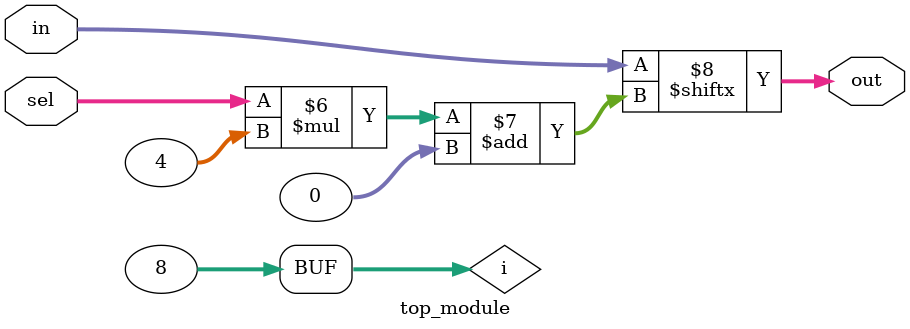
<source format=v>
module top_module( 
    input [1023:0] in,
    input [7:0] sel,
    output [3:0] out );
    integer i;
    always@(*)begin
        for(i=0;i<8;i=i+4)begin
            out = in[sel*i +: 4]; 
            //[<start_bit> +: <width.] -->Part select increment from start bit
            //[<start_bit> -: <width.] -->Part select decrement from start bit
            //https://www.chipverify.com/verilog/verilog-scalar-vector
        end
    end

endmodule

</source>
